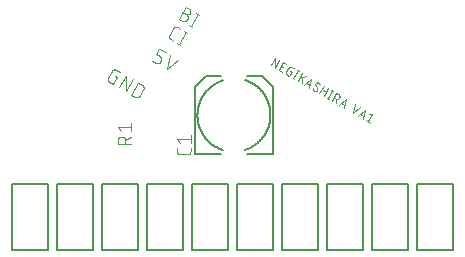
<source format=gto>
G04 EAGLE Gerber RS-274X export*
G75*
%MOMM*%
%FSLAX34Y34*%
%LPD*%
%INTop Silkscreen*%
%IPPOS*%
%AMOC8*
5,1,8,0,0,1.08239X$1,22.5*%
G01*
%ADD10C,0.076200*%
%ADD11C,0.152400*%
%ADD12C,0.203200*%
%ADD13C,0.101600*%


D10*
X229085Y143701D02*
X232768Y150080D01*
X232629Y141655D01*
X236312Y148034D01*
X235856Y139791D02*
X238691Y138155D01*
X235856Y139791D02*
X239539Y146171D01*
X242374Y144534D01*
X240029Y142108D02*
X237902Y143335D01*
X245860Y138741D02*
X246923Y138127D01*
X244877Y134583D01*
X242751Y135811D01*
X242750Y135811D02*
X242684Y135852D01*
X242619Y135896D01*
X242557Y135942D01*
X242497Y135992D01*
X242439Y136044D01*
X242384Y136099D01*
X242332Y136157D01*
X242282Y136217D01*
X242236Y136279D01*
X242192Y136344D01*
X242151Y136411D01*
X242114Y136479D01*
X242080Y136549D01*
X242049Y136621D01*
X242022Y136694D01*
X241998Y136768D01*
X241978Y136843D01*
X241962Y136919D01*
X241949Y136996D01*
X241939Y137073D01*
X241934Y137151D01*
X241932Y137229D01*
X241934Y137307D01*
X241939Y137385D01*
X241949Y137462D01*
X241962Y137539D01*
X241978Y137615D01*
X241998Y137690D01*
X242022Y137764D01*
X242049Y137837D01*
X242080Y137909D01*
X242114Y137979D01*
X242151Y138048D01*
X242151Y138047D02*
X244198Y141591D01*
X244197Y141592D02*
X244238Y141658D01*
X244282Y141723D01*
X244328Y141785D01*
X244378Y141845D01*
X244430Y141903D01*
X244485Y141958D01*
X244543Y142010D01*
X244603Y142060D01*
X244665Y142106D01*
X244730Y142150D01*
X244797Y142191D01*
X244865Y142228D01*
X244935Y142262D01*
X245007Y142293D01*
X245080Y142320D01*
X245154Y142344D01*
X245229Y142364D01*
X245305Y142380D01*
X245382Y142393D01*
X245459Y142403D01*
X245537Y142408D01*
X245615Y142410D01*
X245693Y142408D01*
X245771Y142403D01*
X245848Y142393D01*
X245925Y142380D01*
X246001Y142364D01*
X246076Y142344D01*
X246150Y142320D01*
X246223Y142293D01*
X246295Y142262D01*
X246365Y142228D01*
X246434Y142191D01*
X246434Y142190D02*
X248560Y140962D01*
X252067Y138937D02*
X248384Y132558D01*
X249093Y132149D02*
X247675Y132968D01*
X251358Y139347D02*
X252776Y138528D01*
X255676Y136854D02*
X251993Y130475D01*
X253426Y132955D02*
X259220Y134808D01*
X255662Y133554D02*
X255537Y128428D01*
X257661Y127202D02*
X263470Y132354D01*
X261914Y124747D01*
X262303Y126649D02*
X259113Y128490D01*
X266265Y122234D02*
X266336Y122196D01*
X266408Y122161D01*
X266482Y122130D01*
X266558Y122102D01*
X266634Y122078D01*
X266712Y122058D01*
X266791Y122041D01*
X266870Y122029D01*
X266950Y122020D01*
X267030Y122016D01*
X267111Y122015D01*
X267191Y122019D01*
X267271Y122026D01*
X267351Y122037D01*
X267430Y122052D01*
X267508Y122071D01*
X267585Y122093D01*
X267661Y122120D01*
X267735Y122150D01*
X267808Y122184D01*
X267879Y122221D01*
X267948Y122262D01*
X268016Y122306D01*
X268081Y122353D01*
X268143Y122404D01*
X268203Y122457D01*
X268260Y122514D01*
X268315Y122573D01*
X268366Y122634D01*
X268415Y122698D01*
X268460Y122765D01*
X268502Y122833D01*
X266266Y122234D02*
X266168Y122293D01*
X266073Y122354D01*
X265979Y122419D01*
X265888Y122487D01*
X265799Y122558D01*
X265712Y122632D01*
X265628Y122708D01*
X265546Y122787D01*
X265467Y122869D01*
X265391Y122954D01*
X265318Y123040D01*
X265247Y123130D01*
X265180Y123221D01*
X265115Y123315D01*
X265054Y123411D01*
X264995Y123508D01*
X264941Y123608D01*
X264889Y123709D01*
X264841Y123812D01*
X264796Y123917D01*
X264754Y124023D01*
X264716Y124130D01*
X264682Y124238D01*
X264651Y124348D01*
X267181Y128322D02*
X267223Y128390D01*
X267268Y128457D01*
X267317Y128521D01*
X267368Y128582D01*
X267423Y128641D01*
X267480Y128698D01*
X267540Y128751D01*
X267603Y128802D01*
X267667Y128849D01*
X267735Y128893D01*
X267804Y128934D01*
X267875Y128971D01*
X267948Y129005D01*
X268022Y129035D01*
X268098Y129062D01*
X268175Y129084D01*
X268253Y129103D01*
X268332Y129118D01*
X268412Y129129D01*
X268492Y129136D01*
X268572Y129140D01*
X268653Y129139D01*
X268733Y129135D01*
X268813Y129126D01*
X268892Y129114D01*
X268971Y129097D01*
X269048Y129077D01*
X269125Y129053D01*
X269201Y129025D01*
X269275Y128994D01*
X269347Y128959D01*
X269417Y128921D01*
X269511Y128864D01*
X269603Y128804D01*
X269693Y128741D01*
X269781Y128675D01*
X269866Y128606D01*
X269948Y128533D01*
X270028Y128458D01*
X270105Y128380D01*
X270179Y128299D01*
X270251Y128216D01*
X270319Y128130D01*
X270384Y128042D01*
X270446Y127951D01*
X270505Y127858D01*
X270560Y127764D01*
X270612Y127667D01*
X270660Y127568D01*
X270705Y127468D01*
X267173Y126671D02*
X267136Y126741D01*
X267103Y126812D01*
X267072Y126884D01*
X267046Y126958D01*
X267022Y127033D01*
X267002Y127108D01*
X266986Y127185D01*
X266974Y127263D01*
X266965Y127341D01*
X266960Y127419D01*
X266958Y127497D01*
X266960Y127576D01*
X266966Y127654D01*
X266976Y127732D01*
X266989Y127809D01*
X267006Y127886D01*
X267026Y127962D01*
X267050Y128036D01*
X267078Y128110D01*
X267109Y128182D01*
X267143Y128253D01*
X267181Y128321D01*
X268510Y124484D02*
X268547Y124414D01*
X268580Y124344D01*
X268611Y124271D01*
X268637Y124197D01*
X268661Y124123D01*
X268681Y124047D01*
X268697Y123970D01*
X268709Y123892D01*
X268718Y123814D01*
X268723Y123736D01*
X268725Y123658D01*
X268723Y123579D01*
X268717Y123501D01*
X268707Y123423D01*
X268694Y123346D01*
X268677Y123269D01*
X268657Y123193D01*
X268633Y123119D01*
X268605Y123045D01*
X268574Y122973D01*
X268540Y122902D01*
X268502Y122834D01*
X268509Y124483D02*
X267174Y126672D01*
X274157Y126184D02*
X270474Y119804D01*
X272521Y123348D02*
X276065Y121302D01*
X277701Y124137D02*
X274018Y117758D01*
X277526Y115733D02*
X281209Y122113D01*
X276817Y116143D02*
X278234Y115324D01*
X281917Y121703D02*
X280500Y122522D01*
X284760Y120062D02*
X281077Y113683D01*
X284760Y120062D02*
X286532Y119039D01*
X286608Y118993D01*
X286683Y118943D01*
X286755Y118890D01*
X286824Y118834D01*
X286891Y118775D01*
X286956Y118714D01*
X287017Y118649D01*
X287076Y118582D01*
X287132Y118513D01*
X287185Y118441D01*
X287235Y118366D01*
X287281Y118290D01*
X287324Y118212D01*
X287363Y118132D01*
X287399Y118050D01*
X287432Y117967D01*
X287460Y117882D01*
X287485Y117797D01*
X287507Y117710D01*
X287524Y117622D01*
X287537Y117534D01*
X287547Y117445D01*
X287553Y117356D01*
X287555Y117267D01*
X287553Y117178D01*
X287547Y117089D01*
X287537Y117000D01*
X287524Y116912D01*
X287507Y116824D01*
X287485Y116737D01*
X287460Y116652D01*
X287432Y116567D01*
X287399Y116484D01*
X287363Y116402D01*
X287324Y116322D01*
X287281Y116244D01*
X287235Y116168D01*
X287185Y116093D01*
X287132Y116021D01*
X287076Y115952D01*
X287017Y115885D01*
X286956Y115820D01*
X286891Y115759D01*
X286824Y115700D01*
X286755Y115644D01*
X286683Y115591D01*
X286608Y115541D01*
X286532Y115495D01*
X286454Y115452D01*
X286374Y115413D01*
X286292Y115377D01*
X286209Y115344D01*
X286124Y115316D01*
X286039Y115291D01*
X285952Y115269D01*
X285864Y115252D01*
X285776Y115239D01*
X285687Y115229D01*
X285598Y115223D01*
X285509Y115221D01*
X285420Y115223D01*
X285331Y115229D01*
X285242Y115239D01*
X285154Y115252D01*
X285066Y115269D01*
X284979Y115291D01*
X284894Y115316D01*
X284809Y115344D01*
X284726Y115377D01*
X284644Y115413D01*
X284564Y115452D01*
X284486Y115495D01*
X282714Y116518D01*
X284841Y115290D02*
X284621Y111637D01*
X287014Y110255D02*
X292823Y115407D01*
X291266Y107800D01*
X291656Y109702D02*
X288466Y111543D01*
X300410Y111026D02*
X298854Y103419D01*
X304663Y108571D01*
X308872Y106141D02*
X303063Y100990D01*
X307315Y98534D02*
X308872Y106141D01*
X307704Y100436D02*
X304515Y102277D01*
X312617Y102089D02*
X315207Y102483D01*
X311524Y96104D01*
X309752Y97127D02*
X313296Y95081D01*
D11*
X40640Y43180D02*
X10160Y43180D01*
X10160Y-12700D01*
X40640Y-12700D01*
X40640Y43180D01*
X48260Y43180D02*
X78740Y43180D01*
X48260Y43180D02*
X48260Y-12700D01*
X78740Y-12700D01*
X78740Y43180D01*
X86360Y43180D02*
X116840Y43180D01*
X86360Y43180D02*
X86360Y-12700D01*
X116840Y-12700D01*
X116840Y43180D01*
X124460Y43180D02*
X154940Y43180D01*
X124460Y43180D02*
X124460Y-12700D01*
X154940Y-12700D01*
X154940Y43180D01*
X162560Y43180D02*
X193040Y43180D01*
X162560Y43180D02*
X162560Y-12700D01*
X193040Y-12700D01*
X193040Y43180D01*
X200660Y43180D02*
X231140Y43180D01*
X200660Y43180D02*
X200660Y-12700D01*
X231140Y-12700D01*
X231140Y43180D01*
X238760Y43180D02*
X269240Y43180D01*
X238760Y43180D02*
X238760Y-12700D01*
X269240Y-12700D01*
X269240Y43180D01*
X276860Y43180D02*
X307340Y43180D01*
X276860Y43180D02*
X276860Y-12700D01*
X307340Y-12700D01*
X307340Y43180D01*
X314960Y43180D02*
X345440Y43180D01*
X314960Y43180D02*
X314960Y-12700D01*
X345440Y-12700D01*
X345440Y43180D01*
X353060Y43180D02*
X383540Y43180D01*
X353060Y43180D02*
X353060Y-12700D01*
X383540Y-12700D01*
X383540Y43180D01*
D12*
X231120Y68600D02*
X231120Y125600D01*
X231120Y68600D02*
X209120Y68600D01*
X187120Y68600D02*
X165120Y68600D01*
X165120Y125600D01*
X174120Y134600D02*
X187120Y134600D01*
X209120Y134600D02*
X222120Y134600D01*
X231120Y125600D01*
X174120Y134600D02*
X165120Y125600D01*
X207620Y131099D02*
X208334Y130859D01*
X209042Y130602D01*
X209743Y130327D01*
X210438Y130035D01*
X211125Y129727D01*
X211804Y129402D01*
X212476Y129060D01*
X213138Y128702D01*
X213792Y128328D01*
X214437Y127939D01*
X215072Y127533D01*
X215697Y127113D01*
X216311Y126677D01*
X216915Y126226D01*
X217507Y125761D01*
X218088Y125282D01*
X218657Y124788D01*
X219214Y124281D01*
X219759Y123760D01*
X220290Y123227D01*
X220809Y122680D01*
X221313Y122121D01*
X221805Y121550D01*
X222282Y120967D01*
X222744Y120373D01*
X223193Y119767D01*
X223626Y119151D01*
X224044Y118525D01*
X224447Y117888D01*
X224834Y117242D01*
X225205Y116587D01*
X225560Y115922D01*
X225899Y115250D01*
X226221Y114569D01*
X226527Y113880D01*
X226816Y113185D01*
X227088Y112482D01*
X227342Y111773D01*
X227580Y111058D01*
X227799Y110338D01*
X228002Y109612D01*
X228186Y108882D01*
X228353Y108147D01*
X228501Y107409D01*
X228632Y106667D01*
X228744Y105922D01*
X228839Y105175D01*
X228915Y104425D01*
X228972Y103674D01*
X229012Y102922D01*
X229033Y102169D01*
X229036Y101416D01*
X229020Y100663D01*
X228986Y99910D01*
X228934Y99159D01*
X228864Y98409D01*
X228775Y97661D01*
X228668Y96915D01*
X228543Y96173D01*
X228400Y95433D01*
X228239Y94697D01*
X228060Y93966D01*
X227863Y93238D01*
X227648Y92516D01*
X227416Y91800D01*
X227167Y91089D01*
X226900Y90384D01*
X226617Y89687D01*
X226316Y88996D01*
X225999Y88313D01*
X225665Y87638D01*
X225315Y86971D01*
X224948Y86313D01*
X224566Y85664D01*
X224168Y85024D01*
X223755Y84394D01*
X223326Y83775D01*
X222882Y83166D01*
X222424Y82568D01*
X221951Y81982D01*
X221464Y81407D01*
X220964Y80845D01*
X220449Y80294D01*
X219922Y79757D01*
X219381Y79232D01*
X218828Y78721D01*
X218263Y78223D01*
X217685Y77739D01*
X217096Y77270D01*
X216496Y76815D01*
X215885Y76374D01*
X215263Y75949D01*
X214631Y75539D01*
X213990Y75145D01*
X213338Y74766D01*
X212678Y74403D01*
X212009Y74057D01*
X211332Y73726D01*
X210648Y73413D01*
X209955Y73116D01*
X209256Y72836D01*
X208550Y72573D01*
X207838Y72328D01*
X207120Y72100D01*
X188620Y72101D02*
X187906Y72341D01*
X187198Y72598D01*
X186497Y72873D01*
X185802Y73165D01*
X185115Y73473D01*
X184436Y73798D01*
X183764Y74140D01*
X183102Y74498D01*
X182448Y74872D01*
X181803Y75261D01*
X181168Y75667D01*
X180543Y76087D01*
X179929Y76523D01*
X179325Y76974D01*
X178733Y77439D01*
X178152Y77918D01*
X177583Y78412D01*
X177026Y78919D01*
X176481Y79440D01*
X175950Y79973D01*
X175431Y80520D01*
X174927Y81079D01*
X174435Y81650D01*
X173958Y82233D01*
X173496Y82827D01*
X173047Y83433D01*
X172614Y84049D01*
X172196Y84675D01*
X171793Y85312D01*
X171406Y85958D01*
X171035Y86613D01*
X170680Y87278D01*
X170341Y87950D01*
X170019Y88631D01*
X169713Y89320D01*
X169424Y90015D01*
X169152Y90718D01*
X168898Y91427D01*
X168660Y92142D01*
X168441Y92862D01*
X168238Y93588D01*
X168054Y94318D01*
X167887Y95053D01*
X167739Y95791D01*
X167608Y96533D01*
X167496Y97278D01*
X167401Y98025D01*
X167325Y98775D01*
X167268Y99526D01*
X167228Y100278D01*
X167207Y101031D01*
X167204Y101784D01*
X167220Y102537D01*
X167254Y103290D01*
X167306Y104041D01*
X167376Y104791D01*
X167465Y105539D01*
X167572Y106285D01*
X167697Y107027D01*
X167840Y107767D01*
X168001Y108503D01*
X168180Y109234D01*
X168377Y109962D01*
X168592Y110684D01*
X168824Y111400D01*
X169073Y112111D01*
X169340Y112816D01*
X169623Y113513D01*
X169924Y114204D01*
X170241Y114887D01*
X170575Y115562D01*
X170925Y116229D01*
X171292Y116887D01*
X171674Y117536D01*
X172072Y118176D01*
X172485Y118806D01*
X172914Y119425D01*
X173358Y120034D01*
X173816Y120632D01*
X174289Y121218D01*
X174776Y121793D01*
X175276Y122355D01*
X175791Y122906D01*
X176318Y123443D01*
X176859Y123968D01*
X177412Y124479D01*
X177977Y124977D01*
X178555Y125461D01*
X179144Y125930D01*
X179744Y126385D01*
X180355Y126826D01*
X180977Y127251D01*
X181609Y127661D01*
X182250Y128055D01*
X182902Y128434D01*
X183562Y128797D01*
X184231Y129143D01*
X184908Y129474D01*
X185592Y129787D01*
X186285Y130084D01*
X186984Y130364D01*
X187690Y130627D01*
X188402Y130872D01*
X189120Y131100D01*
D13*
X161312Y73401D02*
X161312Y70804D01*
X161310Y70705D01*
X161304Y70605D01*
X161295Y70506D01*
X161282Y70408D01*
X161265Y70310D01*
X161244Y70212D01*
X161219Y70116D01*
X161191Y70021D01*
X161159Y69927D01*
X161124Y69834D01*
X161085Y69742D01*
X161042Y69652D01*
X160997Y69564D01*
X160947Y69477D01*
X160895Y69393D01*
X160839Y69310D01*
X160781Y69230D01*
X160719Y69152D01*
X160654Y69077D01*
X160586Y69004D01*
X160516Y68934D01*
X160443Y68866D01*
X160368Y68801D01*
X160290Y68739D01*
X160210Y68681D01*
X160127Y68625D01*
X160043Y68573D01*
X159956Y68523D01*
X159868Y68478D01*
X159778Y68435D01*
X159686Y68396D01*
X159593Y68361D01*
X159499Y68329D01*
X159404Y68301D01*
X159308Y68276D01*
X159210Y68255D01*
X159112Y68238D01*
X159014Y68225D01*
X158915Y68216D01*
X158815Y68210D01*
X158716Y68208D01*
X152224Y68208D01*
X152125Y68210D01*
X152025Y68216D01*
X151926Y68225D01*
X151828Y68238D01*
X151730Y68256D01*
X151632Y68276D01*
X151536Y68301D01*
X151440Y68329D01*
X151346Y68361D01*
X151253Y68396D01*
X151162Y68435D01*
X151072Y68478D01*
X150983Y68523D01*
X150897Y68573D01*
X150812Y68625D01*
X150730Y68681D01*
X150650Y68740D01*
X150572Y68801D01*
X150496Y68866D01*
X150423Y68934D01*
X150353Y69004D01*
X150285Y69077D01*
X150220Y69153D01*
X150159Y69231D01*
X150100Y69311D01*
X150044Y69393D01*
X149992Y69478D01*
X149943Y69564D01*
X149897Y69653D01*
X149854Y69743D01*
X149815Y69834D01*
X149780Y69927D01*
X149748Y70021D01*
X149720Y70117D01*
X149695Y70213D01*
X149675Y70311D01*
X149657Y70409D01*
X149644Y70507D01*
X149635Y70606D01*
X149629Y70705D01*
X149627Y70805D01*
X149628Y70804D02*
X149628Y73401D01*
X152224Y77766D02*
X149628Y81012D01*
X161312Y81012D01*
X161312Y84257D02*
X161312Y77766D01*
X146753Y164579D02*
X144504Y165877D01*
X144505Y165877D02*
X144420Y165928D01*
X144337Y165983D01*
X144256Y166040D01*
X144177Y166101D01*
X144101Y166165D01*
X144027Y166232D01*
X143956Y166301D01*
X143887Y166373D01*
X143821Y166448D01*
X143759Y166525D01*
X143699Y166604D01*
X143642Y166686D01*
X143589Y166770D01*
X143538Y166856D01*
X143491Y166944D01*
X143448Y167033D01*
X143408Y167124D01*
X143371Y167216D01*
X143338Y167310D01*
X143309Y167405D01*
X143283Y167501D01*
X143261Y167598D01*
X143243Y167696D01*
X143228Y167794D01*
X143217Y167893D01*
X143210Y167992D01*
X143207Y168092D01*
X143208Y168191D01*
X143212Y168291D01*
X143221Y168390D01*
X143233Y168489D01*
X143248Y168587D01*
X143268Y168684D01*
X143291Y168781D01*
X143318Y168877D01*
X143349Y168971D01*
X143383Y169065D01*
X143421Y169157D01*
X143462Y169247D01*
X143507Y169336D01*
X143555Y169423D01*
X143554Y169424D02*
X146800Y175045D01*
X146851Y175130D01*
X146906Y175213D01*
X146963Y175294D01*
X147024Y175373D01*
X147088Y175449D01*
X147155Y175523D01*
X147224Y175594D01*
X147296Y175663D01*
X147371Y175729D01*
X147448Y175791D01*
X147527Y175851D01*
X147609Y175908D01*
X147693Y175961D01*
X147779Y176012D01*
X147866Y176059D01*
X147956Y176102D01*
X148047Y176142D01*
X148139Y176179D01*
X148233Y176212D01*
X148328Y176241D01*
X148424Y176267D01*
X148521Y176289D01*
X148619Y176307D01*
X148717Y176322D01*
X148816Y176333D01*
X148915Y176340D01*
X149015Y176343D01*
X149114Y176342D01*
X149214Y176338D01*
X149313Y176329D01*
X149411Y176317D01*
X149510Y176302D01*
X149607Y176282D01*
X149704Y176259D01*
X149800Y176232D01*
X149894Y176201D01*
X149988Y176167D01*
X150080Y176129D01*
X150170Y176088D01*
X150259Y176043D01*
X150346Y175995D01*
X150346Y175996D02*
X152595Y174697D01*
X157206Y172035D02*
X151364Y161916D01*
X150240Y162565D02*
X152489Y161267D01*
X158331Y171386D02*
X156082Y172684D01*
X157328Y187075D02*
X154517Y188697D01*
X157328Y187075D02*
X157425Y187017D01*
X157520Y186955D01*
X157613Y186890D01*
X157703Y186822D01*
X157791Y186751D01*
X157877Y186676D01*
X157960Y186599D01*
X158040Y186519D01*
X158117Y186436D01*
X158192Y186350D01*
X158263Y186262D01*
X158331Y186172D01*
X158396Y186079D01*
X158458Y185984D01*
X158516Y185887D01*
X158571Y185788D01*
X158622Y185687D01*
X158670Y185584D01*
X158715Y185480D01*
X158755Y185374D01*
X158792Y185267D01*
X158825Y185159D01*
X158855Y185049D01*
X158880Y184939D01*
X158902Y184828D01*
X158919Y184716D01*
X158933Y184603D01*
X158943Y184490D01*
X158949Y184377D01*
X158951Y184264D01*
X158949Y184151D01*
X158943Y184038D01*
X158933Y183925D01*
X158919Y183812D01*
X158902Y183700D01*
X158880Y183589D01*
X158855Y183479D01*
X158825Y183369D01*
X158792Y183261D01*
X158755Y183154D01*
X158715Y183048D01*
X158670Y182944D01*
X158622Y182841D01*
X158571Y182740D01*
X158516Y182641D01*
X158458Y182544D01*
X158396Y182449D01*
X158331Y182356D01*
X158263Y182266D01*
X158192Y182178D01*
X158117Y182092D01*
X158040Y182009D01*
X157960Y181929D01*
X157877Y181852D01*
X157791Y181777D01*
X157703Y181706D01*
X157613Y181638D01*
X157520Y181573D01*
X157425Y181511D01*
X157328Y181453D01*
X157229Y181398D01*
X157128Y181347D01*
X157025Y181299D01*
X156921Y181254D01*
X156815Y181214D01*
X156708Y181177D01*
X156600Y181144D01*
X156490Y181114D01*
X156380Y181089D01*
X156269Y181067D01*
X156157Y181050D01*
X156044Y181036D01*
X155931Y181026D01*
X155818Y181020D01*
X155705Y181018D01*
X155592Y181020D01*
X155479Y181026D01*
X155366Y181036D01*
X155253Y181050D01*
X155141Y181067D01*
X155030Y181089D01*
X154920Y181114D01*
X154810Y181144D01*
X154702Y181177D01*
X154595Y181214D01*
X154489Y181254D01*
X154385Y181299D01*
X154282Y181347D01*
X154181Y181398D01*
X154082Y181453D01*
X151271Y183076D01*
X157113Y193194D01*
X159924Y191572D01*
X159925Y191572D02*
X160011Y191520D01*
X160095Y191465D01*
X160177Y191406D01*
X160256Y191344D01*
X160334Y191280D01*
X160408Y191212D01*
X160480Y191141D01*
X160549Y191068D01*
X160615Y190992D01*
X160679Y190914D01*
X160739Y190833D01*
X160796Y190750D01*
X160849Y190665D01*
X160900Y190578D01*
X160947Y190489D01*
X160990Y190398D01*
X161030Y190305D01*
X161066Y190211D01*
X161099Y190116D01*
X161128Y190019D01*
X161153Y189922D01*
X161174Y189823D01*
X161192Y189724D01*
X161205Y189624D01*
X161215Y189524D01*
X161221Y189424D01*
X161223Y189323D01*
X161221Y189222D01*
X161215Y189122D01*
X161205Y189022D01*
X161192Y188922D01*
X161174Y188823D01*
X161153Y188724D01*
X161128Y188627D01*
X161099Y188530D01*
X161066Y188435D01*
X161030Y188341D01*
X160990Y188248D01*
X160947Y188157D01*
X160900Y188068D01*
X160849Y187981D01*
X160796Y187896D01*
X160739Y187813D01*
X160679Y187732D01*
X160615Y187654D01*
X160549Y187578D01*
X160480Y187505D01*
X160408Y187434D01*
X160334Y187366D01*
X160256Y187302D01*
X160177Y187240D01*
X160095Y187181D01*
X160011Y187126D01*
X159925Y187074D01*
X159836Y187025D01*
X159746Y186980D01*
X159655Y186938D01*
X159561Y186900D01*
X159467Y186866D01*
X159371Y186835D01*
X159274Y186808D01*
X159176Y186785D01*
X159077Y186765D01*
X158977Y186750D01*
X158877Y186738D01*
X158777Y186730D01*
X158676Y186726D01*
X158576Y186726D01*
X158475Y186730D01*
X158375Y186738D01*
X158275Y186750D01*
X158175Y186765D01*
X158076Y186785D01*
X157978Y186808D01*
X157881Y186835D01*
X157785Y186866D01*
X157691Y186900D01*
X157597Y186938D01*
X157506Y186980D01*
X157416Y187025D01*
X157328Y187074D01*
X167366Y187275D02*
X161524Y177156D01*
X160400Y177805D02*
X162649Y176507D01*
X168491Y186626D02*
X166242Y187924D01*
X132159Y145745D02*
X128786Y147692D01*
X132159Y145746D02*
X132246Y145698D01*
X132335Y145653D01*
X132425Y145612D01*
X132517Y145574D01*
X132611Y145540D01*
X132705Y145509D01*
X132801Y145482D01*
X132898Y145459D01*
X132995Y145439D01*
X133094Y145424D01*
X133192Y145412D01*
X133291Y145403D01*
X133391Y145399D01*
X133490Y145398D01*
X133590Y145401D01*
X133689Y145408D01*
X133788Y145419D01*
X133886Y145434D01*
X133984Y145452D01*
X134081Y145474D01*
X134177Y145500D01*
X134272Y145529D01*
X134366Y145562D01*
X134458Y145599D01*
X134549Y145639D01*
X134639Y145682D01*
X134726Y145729D01*
X134812Y145780D01*
X134896Y145833D01*
X134978Y145890D01*
X135057Y145950D01*
X135134Y146012D01*
X135209Y146078D01*
X135281Y146147D01*
X135350Y146218D01*
X135417Y146292D01*
X135481Y146368D01*
X135542Y146447D01*
X135599Y146528D01*
X135654Y146611D01*
X135705Y146696D01*
X135706Y146695D02*
X136355Y147820D01*
X136403Y147907D01*
X136448Y147996D01*
X136489Y148086D01*
X136527Y148178D01*
X136561Y148272D01*
X136592Y148366D01*
X136619Y148462D01*
X136642Y148559D01*
X136662Y148656D01*
X136677Y148755D01*
X136689Y148853D01*
X136698Y148952D01*
X136702Y149052D01*
X136703Y149151D01*
X136700Y149251D01*
X136693Y149350D01*
X136682Y149449D01*
X136667Y149547D01*
X136649Y149645D01*
X136627Y149742D01*
X136601Y149838D01*
X136572Y149933D01*
X136539Y150027D01*
X136502Y150119D01*
X136462Y150210D01*
X136419Y150300D01*
X136372Y150387D01*
X136321Y150473D01*
X136268Y150557D01*
X136211Y150639D01*
X136151Y150718D01*
X136089Y150795D01*
X136023Y150870D01*
X135954Y150942D01*
X135883Y151011D01*
X135809Y151078D01*
X135733Y151142D01*
X135654Y151202D01*
X135573Y151260D01*
X135490Y151315D01*
X135405Y151366D01*
X132032Y153314D01*
X134628Y157811D01*
X140250Y154565D01*
X143965Y152420D02*
X141496Y140354D01*
X150711Y148526D01*
X99057Y133361D02*
X97371Y134334D01*
X99057Y133361D02*
X95812Y127739D01*
X92439Y129686D01*
X92439Y129687D02*
X92354Y129738D01*
X92271Y129793D01*
X92190Y129850D01*
X92111Y129911D01*
X92035Y129975D01*
X91961Y130042D01*
X91890Y130111D01*
X91821Y130183D01*
X91755Y130258D01*
X91693Y130335D01*
X91633Y130414D01*
X91576Y130496D01*
X91523Y130580D01*
X91472Y130666D01*
X91425Y130753D01*
X91382Y130843D01*
X91342Y130934D01*
X91305Y131026D01*
X91272Y131120D01*
X91243Y131215D01*
X91217Y131311D01*
X91195Y131408D01*
X91177Y131506D01*
X91162Y131604D01*
X91151Y131703D01*
X91144Y131802D01*
X91141Y131902D01*
X91142Y132001D01*
X91146Y132101D01*
X91155Y132200D01*
X91167Y132298D01*
X91182Y132397D01*
X91202Y132494D01*
X91225Y132591D01*
X91252Y132687D01*
X91283Y132781D01*
X91317Y132875D01*
X91355Y132967D01*
X91396Y133057D01*
X91441Y133146D01*
X91489Y133233D01*
X91488Y133233D02*
X94734Y138855D01*
X94734Y138854D02*
X94785Y138939D01*
X94840Y139022D01*
X94897Y139103D01*
X94958Y139182D01*
X95022Y139258D01*
X95089Y139332D01*
X95158Y139403D01*
X95230Y139472D01*
X95305Y139538D01*
X95382Y139600D01*
X95461Y139660D01*
X95543Y139717D01*
X95627Y139770D01*
X95713Y139821D01*
X95800Y139868D01*
X95890Y139911D01*
X95981Y139951D01*
X96073Y139988D01*
X96167Y140021D01*
X96262Y140050D01*
X96358Y140076D01*
X96455Y140098D01*
X96553Y140116D01*
X96651Y140131D01*
X96750Y140142D01*
X96849Y140149D01*
X96949Y140152D01*
X97048Y140151D01*
X97148Y140147D01*
X97247Y140138D01*
X97345Y140126D01*
X97444Y140111D01*
X97541Y140091D01*
X97638Y140068D01*
X97734Y140041D01*
X97828Y140010D01*
X97922Y139976D01*
X98014Y139938D01*
X98104Y139897D01*
X98193Y139852D01*
X98280Y139804D01*
X98281Y139805D02*
X101654Y137858D01*
X106591Y135007D02*
X100749Y124889D01*
X106370Y121643D02*
X106591Y135007D01*
X112212Y131762D02*
X106370Y121643D01*
X111307Y118793D02*
X117149Y128911D01*
X119960Y127289D01*
X120057Y127231D01*
X120152Y127169D01*
X120245Y127104D01*
X120335Y127036D01*
X120423Y126965D01*
X120509Y126890D01*
X120592Y126813D01*
X120672Y126733D01*
X120749Y126650D01*
X120824Y126564D01*
X120895Y126476D01*
X120963Y126386D01*
X121028Y126293D01*
X121090Y126198D01*
X121148Y126101D01*
X121203Y126002D01*
X121254Y125901D01*
X121302Y125798D01*
X121347Y125694D01*
X121387Y125588D01*
X121424Y125481D01*
X121457Y125373D01*
X121487Y125263D01*
X121512Y125153D01*
X121534Y125042D01*
X121551Y124930D01*
X121565Y124817D01*
X121575Y124704D01*
X121581Y124591D01*
X121583Y124478D01*
X121581Y124365D01*
X121575Y124252D01*
X121565Y124139D01*
X121551Y124026D01*
X121534Y123914D01*
X121512Y123803D01*
X121487Y123693D01*
X121457Y123583D01*
X121424Y123475D01*
X121387Y123368D01*
X121347Y123262D01*
X121302Y123158D01*
X121254Y123055D01*
X121203Y122954D01*
X121148Y122855D01*
X118551Y118358D01*
X118552Y118358D02*
X118494Y118261D01*
X118432Y118166D01*
X118367Y118073D01*
X118299Y117983D01*
X118228Y117895D01*
X118153Y117809D01*
X118076Y117726D01*
X117996Y117646D01*
X117913Y117569D01*
X117827Y117494D01*
X117739Y117423D01*
X117649Y117355D01*
X117556Y117290D01*
X117461Y117228D01*
X117364Y117170D01*
X117265Y117115D01*
X117164Y117064D01*
X117061Y117016D01*
X116957Y116971D01*
X116851Y116931D01*
X116744Y116894D01*
X116636Y116861D01*
X116526Y116831D01*
X116416Y116806D01*
X116305Y116784D01*
X116193Y116767D01*
X116080Y116753D01*
X115967Y116743D01*
X115854Y116737D01*
X115741Y116735D01*
X115628Y116737D01*
X115515Y116743D01*
X115402Y116753D01*
X115289Y116767D01*
X115177Y116784D01*
X115066Y116806D01*
X114956Y116831D01*
X114846Y116861D01*
X114738Y116894D01*
X114631Y116931D01*
X114525Y116971D01*
X114421Y117016D01*
X114318Y117064D01*
X114217Y117115D01*
X114118Y117170D01*
X111307Y118793D01*
X111252Y76708D02*
X99568Y76708D01*
X99568Y79954D01*
X99570Y80067D01*
X99576Y80180D01*
X99586Y80293D01*
X99600Y80406D01*
X99617Y80518D01*
X99639Y80629D01*
X99664Y80739D01*
X99694Y80849D01*
X99727Y80957D01*
X99764Y81064D01*
X99804Y81170D01*
X99849Y81274D01*
X99897Y81377D01*
X99948Y81478D01*
X100003Y81577D01*
X100061Y81674D01*
X100123Y81769D01*
X100188Y81862D01*
X100256Y81952D01*
X100327Y82040D01*
X100402Y82126D01*
X100479Y82209D01*
X100559Y82289D01*
X100642Y82366D01*
X100728Y82441D01*
X100816Y82512D01*
X100906Y82580D01*
X100999Y82645D01*
X101094Y82707D01*
X101191Y82765D01*
X101290Y82820D01*
X101391Y82871D01*
X101494Y82919D01*
X101598Y82964D01*
X101704Y83004D01*
X101811Y83041D01*
X101919Y83074D01*
X102029Y83104D01*
X102139Y83129D01*
X102250Y83151D01*
X102362Y83168D01*
X102475Y83182D01*
X102588Y83192D01*
X102701Y83198D01*
X102814Y83200D01*
X102927Y83198D01*
X103040Y83192D01*
X103153Y83182D01*
X103266Y83168D01*
X103378Y83151D01*
X103489Y83129D01*
X103599Y83104D01*
X103709Y83074D01*
X103817Y83041D01*
X103924Y83004D01*
X104030Y82964D01*
X104134Y82919D01*
X104237Y82871D01*
X104338Y82820D01*
X104437Y82765D01*
X104534Y82707D01*
X104629Y82645D01*
X104722Y82580D01*
X104812Y82512D01*
X104900Y82441D01*
X104986Y82366D01*
X105069Y82289D01*
X105149Y82209D01*
X105226Y82126D01*
X105301Y82040D01*
X105372Y81952D01*
X105440Y81862D01*
X105505Y81769D01*
X105567Y81674D01*
X105625Y81577D01*
X105680Y81478D01*
X105731Y81377D01*
X105779Y81274D01*
X105824Y81170D01*
X105864Y81064D01*
X105901Y80957D01*
X105934Y80849D01*
X105964Y80739D01*
X105989Y80629D01*
X106011Y80518D01*
X106028Y80406D01*
X106042Y80293D01*
X106052Y80180D01*
X106058Y80067D01*
X106060Y79954D01*
X106059Y79954D02*
X106059Y76708D01*
X106059Y80603D02*
X111252Y83199D01*
X102164Y88064D02*
X99568Y91310D01*
X111252Y91310D01*
X111252Y94555D02*
X111252Y88064D01*
M02*

</source>
